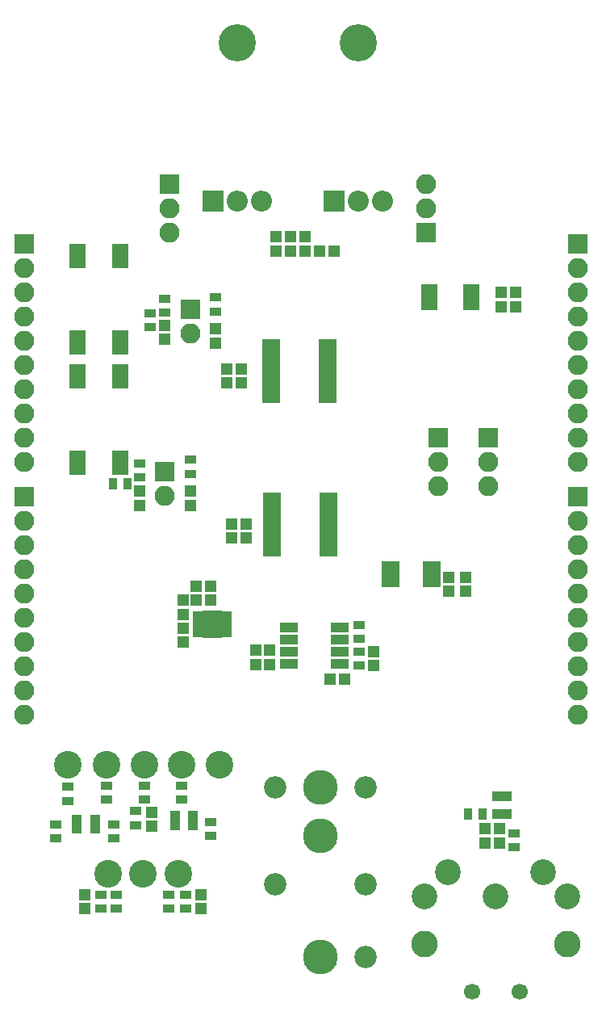
<source format=gts>
G04 #@! TF.FileFunction,Soldermask,Top*
%FSLAX46Y46*%
G04 Gerber Fmt 4.6, Leading zero omitted, Abs format (unit mm)*
G04 Created by KiCad (PCBNEW 4.0.4-stable) date 11/26/17 23:03:44*
%MOMM*%
%LPD*%
G01*
G04 APERTURE LIST*
%ADD10C,0.100000*%
%ADD11R,1.150000X1.200000*%
%ADD12R,1.200000X1.150000*%
%ADD13R,2.100000X2.100000*%
%ADD14O,2.100000X2.100000*%
%ADD15C,2.700000*%
%ADD16C,1.700000*%
%ADD17C,2.800000*%
%ADD18C,2.355800*%
%ADD19C,3.651200*%
%ADD20C,2.899360*%
%ADD21R,1.050000X0.800000*%
%ADD22R,1.300000X0.900000*%
%ADD23R,0.900000X1.300000*%
%ADD24R,1.800000X2.500000*%
%ADD25O,3.900000X3.900000*%
%ADD26R,2.200000X2.200000*%
%ADD27O,2.200000X2.200000*%
%ADD28R,1.212800X0.704800*%
%ADD29R,2.152600X2.889200*%
%ADD30R,1.800000X0.700000*%
%ADD31R,1.822400X0.679400*%
%ADD32R,1.850000X0.850000*%
%ADD33R,0.800000X1.050000*%
%ADD34R,1.950000X1.000000*%
G04 APERTURE END LIST*
D10*
D11*
X150622000Y-72251000D03*
X150622000Y-70751000D03*
X153670000Y-72251000D03*
X153670000Y-70751000D03*
X152146000Y-72251000D03*
X152146000Y-70751000D03*
D12*
X155206000Y-72263000D03*
X156706000Y-72263000D03*
X143752000Y-108839000D03*
X142252000Y-108839000D03*
X143752000Y-107442000D03*
X142252000Y-107442000D03*
D11*
X140843000Y-113272000D03*
X140843000Y-111772000D03*
X140843000Y-108851000D03*
X140843000Y-110351000D03*
X174244000Y-76593000D03*
X174244000Y-78093000D03*
X175768000Y-76593000D03*
X175768000Y-78093000D03*
X168719500Y-106438000D03*
X168719500Y-107938000D03*
X170497500Y-106438000D03*
X170497500Y-107938000D03*
X138938000Y-81522000D03*
X138938000Y-80022000D03*
X144272000Y-80403000D03*
X144272000Y-81903000D03*
X145415000Y-86094000D03*
X145415000Y-84594000D03*
X146939000Y-86094000D03*
X146939000Y-84594000D03*
X136271000Y-98921000D03*
X136271000Y-97421000D03*
X141605000Y-97421000D03*
X141605000Y-98921000D03*
X147447000Y-102350000D03*
X147447000Y-100850000D03*
X145923000Y-102350000D03*
X145923000Y-100850000D03*
X130556000Y-139712000D03*
X130556000Y-141212000D03*
X137541000Y-132576000D03*
X137541000Y-131076000D03*
X142748000Y-139712000D03*
X142748000Y-141212000D03*
X160845500Y-115748500D03*
X160845500Y-114248500D03*
X149923500Y-115621500D03*
X149923500Y-114121500D03*
X148526500Y-114121500D03*
X148526500Y-115621500D03*
D12*
X157785500Y-117157500D03*
X156285500Y-117157500D03*
D13*
X139446000Y-65278000D03*
D14*
X139446000Y-67818000D03*
X139446000Y-70358000D03*
D13*
X166370000Y-70358000D03*
D14*
X166370000Y-67818000D03*
X166370000Y-65278000D03*
D13*
X167640000Y-91821000D03*
D14*
X167640000Y-94361000D03*
X167640000Y-96901000D03*
D13*
X172847000Y-91821000D03*
D14*
X172847000Y-94361000D03*
X172847000Y-96901000D03*
D13*
X141605000Y-78359000D03*
D14*
X141605000Y-80899000D03*
D13*
X124206000Y-71501000D03*
D14*
X124206000Y-74041000D03*
X124206000Y-76581000D03*
X124206000Y-79121000D03*
X124206000Y-81661000D03*
X124206000Y-84201000D03*
X124206000Y-86741000D03*
X124206000Y-89281000D03*
X124206000Y-91821000D03*
X124206000Y-94361000D03*
D13*
X182245000Y-71501000D03*
D14*
X182245000Y-74041000D03*
X182245000Y-76581000D03*
X182245000Y-79121000D03*
X182245000Y-81661000D03*
X182245000Y-84201000D03*
X182245000Y-86741000D03*
X182245000Y-89281000D03*
X182245000Y-91821000D03*
X182245000Y-94361000D03*
D13*
X138938000Y-95377000D03*
D14*
X138938000Y-97917000D03*
D13*
X124206000Y-98044000D03*
D14*
X124206000Y-100584000D03*
X124206000Y-103124000D03*
X124206000Y-105664000D03*
X124206000Y-108204000D03*
X124206000Y-110744000D03*
X124206000Y-113284000D03*
X124206000Y-115824000D03*
X124206000Y-118364000D03*
X124206000Y-120904000D03*
D13*
X182245000Y-98044000D03*
D14*
X182245000Y-100584000D03*
X182245000Y-103124000D03*
X182245000Y-105664000D03*
X182245000Y-108204000D03*
X182245000Y-110744000D03*
X182245000Y-113284000D03*
X182245000Y-115824000D03*
X182245000Y-118364000D03*
X182245000Y-120904000D03*
D15*
X173672500Y-139890500D03*
X181172500Y-139890500D03*
X166172500Y-139890500D03*
X178672500Y-137390500D03*
X168672500Y-137390500D03*
D16*
X176172500Y-149890500D03*
X171172500Y-149890500D03*
D17*
X181172500Y-144890500D03*
X166172500Y-144890500D03*
D18*
X160007300Y-146240500D03*
X150507300Y-138620500D03*
X160007300Y-138620500D03*
X150507700Y-128460500D03*
D19*
X155257500Y-128460500D03*
X155257500Y-146240500D03*
X155257500Y-133540500D03*
D18*
X160007300Y-128460500D03*
D20*
X128778000Y-126111000D03*
X132969000Y-137541000D03*
X132812286Y-126105000D03*
X136652000Y-137541000D03*
X136779000Y-126111000D03*
X140335000Y-137541000D03*
X140716000Y-126111000D03*
X144653000Y-126111000D03*
D21*
X129733000Y-131684000D03*
X129733000Y-132984000D03*
X131633000Y-132334000D03*
X129733000Y-132334000D03*
X131633000Y-132984000D03*
X131633000Y-131684000D03*
X141920000Y-132603000D03*
X141920000Y-131303000D03*
X140020000Y-131953000D03*
X141920000Y-131953000D03*
X140020000Y-131303000D03*
X140020000Y-132603000D03*
D22*
X137414000Y-78752000D03*
X137414000Y-80252000D03*
X138938000Y-77228000D03*
X138938000Y-78728000D03*
X144272000Y-78601000D03*
X144272000Y-77101000D03*
D23*
X134989000Y-96647000D03*
X133489000Y-96647000D03*
D22*
X136271000Y-94500000D03*
X136271000Y-96000000D03*
X141605000Y-95619000D03*
X141605000Y-94119000D03*
D23*
X170763500Y-131254500D03*
X172263500Y-131254500D03*
D22*
X175577500Y-133298500D03*
X175577500Y-134798500D03*
X128778000Y-128409000D03*
X128778000Y-129909000D03*
X127462000Y-132346000D03*
X127462000Y-133846000D03*
X132207000Y-139712000D03*
X132207000Y-141212000D03*
X132842000Y-128282000D03*
X132842000Y-129782000D03*
X133858000Y-141212000D03*
X133858000Y-139712000D03*
X133604000Y-132346000D03*
X133604000Y-133846000D03*
X135890000Y-130949000D03*
X135890000Y-132449000D03*
X136779000Y-128282000D03*
X136779000Y-129782000D03*
X139319000Y-139712000D03*
X139319000Y-141212000D03*
X140716000Y-128282000D03*
X140716000Y-129782000D03*
X141097000Y-141212000D03*
X141097000Y-139712000D03*
X143764000Y-132092000D03*
X143764000Y-133592000D03*
X159321500Y-115748500D03*
X159321500Y-114248500D03*
X159321500Y-112954500D03*
X159321500Y-111454500D03*
D24*
X134239000Y-72771000D03*
X134239000Y-81871000D03*
X129739000Y-72771000D03*
X129739000Y-81871000D03*
X129794000Y-94488000D03*
X129794000Y-85388000D03*
X134294000Y-94488000D03*
X134294000Y-85388000D03*
D25*
X146558000Y-50396000D03*
D26*
X144018000Y-67056000D03*
D27*
X146558000Y-67056000D03*
X149098000Y-67056000D03*
D25*
X159258000Y-50396000D03*
D26*
X156718000Y-67056000D03*
D27*
X159258000Y-67056000D03*
X161798000Y-67056000D03*
D28*
X142443200Y-110378999D03*
X142443200Y-110879001D03*
X142443200Y-111379000D03*
X142443200Y-111878999D03*
X142443200Y-112379001D03*
X145338800Y-112379001D03*
X145338800Y-111878999D03*
X145338800Y-111379000D03*
X145338800Y-110879001D03*
X145338800Y-110378999D03*
D29*
X143891000Y-111379000D03*
D30*
X171110000Y-78089000D03*
X171110000Y-77589000D03*
X171110000Y-77089000D03*
X171110000Y-76589000D03*
X171110000Y-76089000D03*
X166710000Y-76089000D03*
X166710000Y-76589000D03*
X166710000Y-77089000D03*
X166710000Y-77589000D03*
X166710000Y-78089000D03*
D31*
X162627990Y-105152200D03*
X162627990Y-105652202D03*
X162627990Y-106152201D03*
X162627990Y-106652200D03*
X162627990Y-107152202D03*
X166971390Y-107152202D03*
X166971390Y-106652200D03*
X166971390Y-106152201D03*
X166971390Y-105652202D03*
X166971390Y-105152200D03*
D32*
X150085000Y-81911000D03*
X150085000Y-82561000D03*
X150085000Y-83211000D03*
X150085000Y-83861000D03*
X150085000Y-84511000D03*
X150085000Y-85161000D03*
X150085000Y-85811000D03*
X150085000Y-86461000D03*
X150085000Y-87111000D03*
X150085000Y-87761000D03*
X155985000Y-87761000D03*
X155985000Y-87111000D03*
X155985000Y-86461000D03*
X155985000Y-85811000D03*
X155985000Y-85161000D03*
X155985000Y-84511000D03*
X155985000Y-83861000D03*
X155985000Y-83211000D03*
X155985000Y-82561000D03*
X155985000Y-81911000D03*
X150212000Y-98040000D03*
X150212000Y-98690000D03*
X150212000Y-99340000D03*
X150212000Y-99990000D03*
X150212000Y-100640000D03*
X150212000Y-101290000D03*
X150212000Y-101940000D03*
X150212000Y-102590000D03*
X150212000Y-103240000D03*
X150212000Y-103890000D03*
X156112000Y-103890000D03*
X156112000Y-103240000D03*
X156112000Y-102590000D03*
X156112000Y-101940000D03*
X156112000Y-101290000D03*
X156112000Y-100640000D03*
X156112000Y-99990000D03*
X156112000Y-99340000D03*
X156112000Y-98690000D03*
X156112000Y-98040000D03*
D33*
X174957500Y-129415500D03*
X173657500Y-129415500D03*
X174307500Y-131315500D03*
X174307500Y-129415500D03*
X173657500Y-131315500D03*
X174957500Y-131315500D03*
D34*
X157322500Y-115506500D03*
X157322500Y-114236500D03*
X157322500Y-112966500D03*
X157322500Y-111696500D03*
X151922500Y-111696500D03*
X151922500Y-112966500D03*
X151922500Y-114236500D03*
X151922500Y-115506500D03*
D12*
X172541500Y-134302500D03*
X174041500Y-134302500D03*
X172541500Y-132778500D03*
X174041500Y-132778500D03*
M02*

</source>
